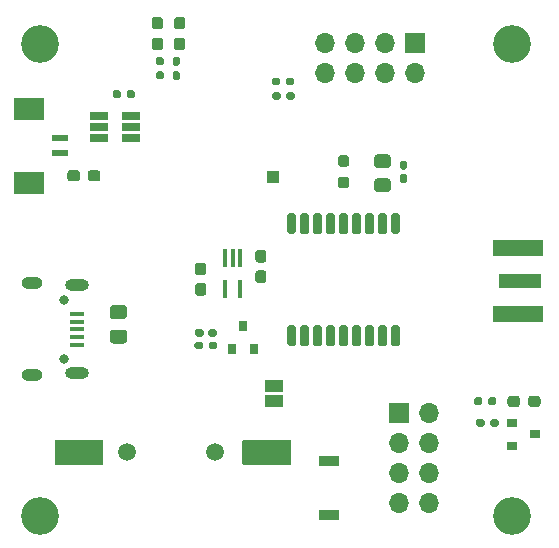
<source format=gbr>
%TF.GenerationSoftware,KiCad,Pcbnew,(5.1.10-1-10_14)*%
%TF.CreationDate,2021-07-28T23:22:07+08:00*%
%TF.ProjectId,maxm8q_board,6d61786d-3871-45f6-926f-6172642e6b69,rev?*%
%TF.SameCoordinates,Original*%
%TF.FileFunction,Soldermask,Top*%
%TF.FilePolarity,Negative*%
%FSLAX46Y46*%
G04 Gerber Fmt 4.6, Leading zero omitted, Abs format (unit mm)*
G04 Created by KiCad (PCBNEW (5.1.10-1-10_14)) date 2021-07-28 23:22:07*
%MOMM*%
%LPD*%
G01*
G04 APERTURE LIST*
%ADD10R,3.600000X1.270000*%
%ADD11R,4.200000X1.350000*%
%ADD12R,1.000000X1.000000*%
%ADD13C,3.200000*%
%ADD14O,1.700000X1.700000*%
%ADD15R,1.700000X1.700000*%
%ADD16R,1.699997X0.899998*%
%ADD17R,1.560000X0.650000*%
%ADD18R,2.599995X1.899996*%
%ADD19R,1.399997X0.599999*%
%ADD20C,0.800000*%
%ADD21O,1.800000X1.000000*%
%ADD22O,2.000000X1.000000*%
%ADD23R,1.300000X0.450000*%
%ADD24R,1.500000X1.000000*%
%ADD25C,1.500000*%
%ADD26R,0.800000X0.900000*%
%ADD27R,0.900000X0.800000*%
%ADD28R,0.400000X1.500000*%
G04 APERTURE END LIST*
D10*
%TO.C,X1*%
X143650000Y-83100000D03*
D11*
X143450000Y-80275000D03*
X143450000Y-85925000D03*
%TD*%
D12*
%TO.C,TP1*%
X122760000Y-74290000D03*
%TD*%
%TO.C,C6*%
G36*
G01*
X109175000Y-87220000D02*
X110125000Y-87220000D01*
G75*
G02*
X110375000Y-87470000I0J-250000D01*
G01*
X110375000Y-88145000D01*
G75*
G02*
X110125000Y-88395000I-250000J0D01*
G01*
X109175000Y-88395000D01*
G75*
G02*
X108925000Y-88145000I0J250000D01*
G01*
X108925000Y-87470000D01*
G75*
G02*
X109175000Y-87220000I250000J0D01*
G01*
G37*
G36*
G01*
X109175000Y-85145000D02*
X110125000Y-85145000D01*
G75*
G02*
X110375000Y-85395000I0J-250000D01*
G01*
X110375000Y-86070000D01*
G75*
G02*
X110125000Y-86320000I-250000J0D01*
G01*
X109175000Y-86320000D01*
G75*
G02*
X108925000Y-86070000I0J250000D01*
G01*
X108925000Y-85395000D01*
G75*
G02*
X109175000Y-85145000I250000J0D01*
G01*
G37*
%TD*%
%TO.C,R9*%
G36*
G01*
X114400000Y-65347500D02*
X114720000Y-65347500D01*
G75*
G02*
X114880000Y-65507500I0J-160000D01*
G01*
X114880000Y-65902500D01*
G75*
G02*
X114720000Y-66062500I-160000J0D01*
G01*
X114400000Y-66062500D01*
G75*
G02*
X114240000Y-65902500I0J160000D01*
G01*
X114240000Y-65507500D01*
G75*
G02*
X114400000Y-65347500I160000J0D01*
G01*
G37*
G36*
G01*
X114400000Y-64152500D02*
X114720000Y-64152500D01*
G75*
G02*
X114880000Y-64312500I0J-160000D01*
G01*
X114880000Y-64707500D01*
G75*
G02*
X114720000Y-64867500I-160000J0D01*
G01*
X114400000Y-64867500D01*
G75*
G02*
X114240000Y-64707500I0J160000D01*
G01*
X114240000Y-64312500D01*
G75*
G02*
X114400000Y-64152500I160000J0D01*
G01*
G37*
%TD*%
%TO.C,R8*%
G36*
G01*
X109870000Y-67120000D02*
X109870000Y-67440000D01*
G75*
G02*
X109710000Y-67600000I-160000J0D01*
G01*
X109315000Y-67600000D01*
G75*
G02*
X109155000Y-67440000I0J160000D01*
G01*
X109155000Y-67120000D01*
G75*
G02*
X109315000Y-66960000I160000J0D01*
G01*
X109710000Y-66960000D01*
G75*
G02*
X109870000Y-67120000I0J-160000D01*
G01*
G37*
G36*
G01*
X111065000Y-67120000D02*
X111065000Y-67440000D01*
G75*
G02*
X110905000Y-67600000I-160000J0D01*
G01*
X110510000Y-67600000D01*
G75*
G02*
X110350000Y-67440000I0J160000D01*
G01*
X110350000Y-67120000D01*
G75*
G02*
X110510000Y-66960000I160000J0D01*
G01*
X110905000Y-66960000D01*
G75*
G02*
X111065000Y-67120000I0J-160000D01*
G01*
G37*
%TD*%
%TO.C,R7*%
G36*
G01*
X113320000Y-64840000D02*
X113000000Y-64840000D01*
G75*
G02*
X112840000Y-64680000I0J160000D01*
G01*
X112840000Y-64285000D01*
G75*
G02*
X113000000Y-64125000I160000J0D01*
G01*
X113320000Y-64125000D01*
G75*
G02*
X113480000Y-64285000I0J-160000D01*
G01*
X113480000Y-64680000D01*
G75*
G02*
X113320000Y-64840000I-160000J0D01*
G01*
G37*
G36*
G01*
X113320000Y-66035000D02*
X113000000Y-66035000D01*
G75*
G02*
X112840000Y-65875000I0J160000D01*
G01*
X112840000Y-65480000D01*
G75*
G02*
X113000000Y-65320000I160000J0D01*
G01*
X113320000Y-65320000D01*
G75*
G02*
X113480000Y-65480000I0J-160000D01*
G01*
X113480000Y-65875000D01*
G75*
G02*
X113320000Y-66035000I-160000J0D01*
G01*
G37*
%TD*%
%TO.C,R6*%
G36*
G01*
X116800000Y-88400000D02*
X116800000Y-88720000D01*
G75*
G02*
X116640000Y-88880000I-160000J0D01*
G01*
X116245000Y-88880000D01*
G75*
G02*
X116085000Y-88720000I0J160000D01*
G01*
X116085000Y-88400000D01*
G75*
G02*
X116245000Y-88240000I160000J0D01*
G01*
X116640000Y-88240000D01*
G75*
G02*
X116800000Y-88400000I0J-160000D01*
G01*
G37*
G36*
G01*
X117995000Y-88400000D02*
X117995000Y-88720000D01*
G75*
G02*
X117835000Y-88880000I-160000J0D01*
G01*
X117440000Y-88880000D01*
G75*
G02*
X117280000Y-88720000I0J160000D01*
G01*
X117280000Y-88400000D01*
G75*
G02*
X117440000Y-88240000I160000J0D01*
G01*
X117835000Y-88240000D01*
G75*
G02*
X117995000Y-88400000I0J-160000D01*
G01*
G37*
%TD*%
%TO.C,R5*%
G36*
G01*
X140940000Y-93430000D02*
X140940000Y-93110000D01*
G75*
G02*
X141100000Y-92950000I160000J0D01*
G01*
X141495000Y-92950000D01*
G75*
G02*
X141655000Y-93110000I0J-160000D01*
G01*
X141655000Y-93430000D01*
G75*
G02*
X141495000Y-93590000I-160000J0D01*
G01*
X141100000Y-93590000D01*
G75*
G02*
X140940000Y-93430000I0J160000D01*
G01*
G37*
G36*
G01*
X139745000Y-93430000D02*
X139745000Y-93110000D01*
G75*
G02*
X139905000Y-92950000I160000J0D01*
G01*
X140300000Y-92950000D01*
G75*
G02*
X140460000Y-93110000I0J-160000D01*
G01*
X140460000Y-93430000D01*
G75*
G02*
X140300000Y-93590000I-160000J0D01*
G01*
X139905000Y-93590000D01*
G75*
G02*
X139745000Y-93430000I0J160000D01*
G01*
G37*
%TD*%
%TO.C,R4*%
G36*
G01*
X141130000Y-95260000D02*
X141130000Y-94940000D01*
G75*
G02*
X141290000Y-94780000I160000J0D01*
G01*
X141685000Y-94780000D01*
G75*
G02*
X141845000Y-94940000I0J-160000D01*
G01*
X141845000Y-95260000D01*
G75*
G02*
X141685000Y-95420000I-160000J0D01*
G01*
X141290000Y-95420000D01*
G75*
G02*
X141130000Y-95260000I0J160000D01*
G01*
G37*
G36*
G01*
X139935000Y-95260000D02*
X139935000Y-94940000D01*
G75*
G02*
X140095000Y-94780000I160000J0D01*
G01*
X140490000Y-94780000D01*
G75*
G02*
X140650000Y-94940000I0J-160000D01*
G01*
X140650000Y-95260000D01*
G75*
G02*
X140490000Y-95420000I-160000J0D01*
G01*
X140095000Y-95420000D01*
G75*
G02*
X139935000Y-95260000I0J160000D01*
G01*
G37*
%TD*%
%TO.C,R2*%
G36*
G01*
X123390000Y-67270000D02*
X123390000Y-67590000D01*
G75*
G02*
X123230000Y-67750000I-160000J0D01*
G01*
X122835000Y-67750000D01*
G75*
G02*
X122675000Y-67590000I0J160000D01*
G01*
X122675000Y-67270000D01*
G75*
G02*
X122835000Y-67110000I160000J0D01*
G01*
X123230000Y-67110000D01*
G75*
G02*
X123390000Y-67270000I0J-160000D01*
G01*
G37*
G36*
G01*
X124585000Y-67270000D02*
X124585000Y-67590000D01*
G75*
G02*
X124425000Y-67750000I-160000J0D01*
G01*
X124030000Y-67750000D01*
G75*
G02*
X123870000Y-67590000I0J160000D01*
G01*
X123870000Y-67270000D01*
G75*
G02*
X124030000Y-67110000I160000J0D01*
G01*
X124425000Y-67110000D01*
G75*
G02*
X124585000Y-67270000I0J-160000D01*
G01*
G37*
%TD*%
%TO.C,R1*%
G36*
G01*
X123350000Y-66060000D02*
X123350000Y-66380000D01*
G75*
G02*
X123190000Y-66540000I-160000J0D01*
G01*
X122795000Y-66540000D01*
G75*
G02*
X122635000Y-66380000I0J160000D01*
G01*
X122635000Y-66060000D01*
G75*
G02*
X122795000Y-65900000I160000J0D01*
G01*
X123190000Y-65900000D01*
G75*
G02*
X123350000Y-66060000I0J-160000D01*
G01*
G37*
G36*
G01*
X124545000Y-66060000D02*
X124545000Y-66380000D01*
G75*
G02*
X124385000Y-66540000I-160000J0D01*
G01*
X123990000Y-66540000D01*
G75*
G02*
X123830000Y-66380000I0J160000D01*
G01*
X123830000Y-66060000D01*
G75*
G02*
X123990000Y-65900000I160000J0D01*
G01*
X124385000Y-65900000D01*
G75*
G02*
X124545000Y-66060000I0J-160000D01*
G01*
G37*
%TD*%
%TO.C,C5*%
G36*
G01*
X116860000Y-87335000D02*
X116860000Y-87645000D01*
G75*
G02*
X116705000Y-87800000I-155000J0D01*
G01*
X116280000Y-87800000D01*
G75*
G02*
X116125000Y-87645000I0J155000D01*
G01*
X116125000Y-87335000D01*
G75*
G02*
X116280000Y-87180000I155000J0D01*
G01*
X116705000Y-87180000D01*
G75*
G02*
X116860000Y-87335000I0J-155000D01*
G01*
G37*
G36*
G01*
X117995000Y-87335000D02*
X117995000Y-87645000D01*
G75*
G02*
X117840000Y-87800000I-155000J0D01*
G01*
X117415000Y-87800000D01*
G75*
G02*
X117260000Y-87645000I0J155000D01*
G01*
X117260000Y-87335000D01*
G75*
G02*
X117415000Y-87180000I155000J0D01*
G01*
X117840000Y-87180000D01*
G75*
G02*
X117995000Y-87335000I0J-155000D01*
G01*
G37*
%TD*%
%TO.C,C4*%
G36*
G01*
X133625000Y-74060000D02*
X133935000Y-74060000D01*
G75*
G02*
X134090000Y-74215000I0J-155000D01*
G01*
X134090000Y-74640000D01*
G75*
G02*
X133935000Y-74795000I-155000J0D01*
G01*
X133625000Y-74795000D01*
G75*
G02*
X133470000Y-74640000I0J155000D01*
G01*
X133470000Y-74215000D01*
G75*
G02*
X133625000Y-74060000I155000J0D01*
G01*
G37*
G36*
G01*
X133625000Y-72925000D02*
X133935000Y-72925000D01*
G75*
G02*
X134090000Y-73080000I0J-155000D01*
G01*
X134090000Y-73505000D01*
G75*
G02*
X133935000Y-73660000I-155000J0D01*
G01*
X133625000Y-73660000D01*
G75*
G02*
X133470000Y-73505000I0J155000D01*
G01*
X133470000Y-73080000D01*
G75*
G02*
X133625000Y-72925000I155000J0D01*
G01*
G37*
%TD*%
D13*
%TO.C,H4*%
X143000000Y-63000000D03*
%TD*%
%TO.C,H3*%
X143000000Y-103000000D03*
%TD*%
%TO.C,H2*%
X103000000Y-63000000D03*
%TD*%
%TO.C,H1*%
X103000000Y-103000000D03*
%TD*%
D14*
%TO.C,J2*%
X127120000Y-65520000D03*
X127120000Y-62980000D03*
X129660000Y-65520000D03*
X129660000Y-62980000D03*
X132200000Y-65520000D03*
X132200000Y-62980000D03*
X134740000Y-65520000D03*
D15*
X134740000Y-62980000D03*
%TD*%
D14*
%TO.C,J4*%
X135970000Y-101920000D03*
X133430000Y-101920000D03*
X135970000Y-99380000D03*
X133430000Y-99380000D03*
X135970000Y-96840000D03*
X133430000Y-96840000D03*
X135970000Y-94300000D03*
D15*
X133430000Y-94300000D03*
%TD*%
D16*
%TO.C,SW1*%
X127500000Y-98330030D03*
X127500000Y-102929970D03*
%TD*%
D17*
%TO.C,U3*%
X110690000Y-70080000D03*
X110690000Y-69130000D03*
X110690000Y-71030000D03*
X107990000Y-71030000D03*
X107990000Y-70080000D03*
X107990000Y-69130000D03*
%TD*%
%TO.C,D3*%
G36*
G01*
X114592500Y-62500000D02*
X115067500Y-62500000D01*
G75*
G02*
X115305000Y-62737500I0J-237500D01*
G01*
X115305000Y-63312500D01*
G75*
G02*
X115067500Y-63550000I-237500J0D01*
G01*
X114592500Y-63550000D01*
G75*
G02*
X114355000Y-63312500I0J237500D01*
G01*
X114355000Y-62737500D01*
G75*
G02*
X114592500Y-62500000I237500J0D01*
G01*
G37*
G36*
G01*
X114592500Y-60750000D02*
X115067500Y-60750000D01*
G75*
G02*
X115305000Y-60987500I0J-237500D01*
G01*
X115305000Y-61562500D01*
G75*
G02*
X115067500Y-61800000I-237500J0D01*
G01*
X114592500Y-61800000D01*
G75*
G02*
X114355000Y-61562500I0J237500D01*
G01*
X114355000Y-60987500D01*
G75*
G02*
X114592500Y-60750000I237500J0D01*
G01*
G37*
%TD*%
%TO.C,D2*%
G36*
G01*
X112712500Y-62500000D02*
X113187500Y-62500000D01*
G75*
G02*
X113425000Y-62737500I0J-237500D01*
G01*
X113425000Y-63312500D01*
G75*
G02*
X113187500Y-63550000I-237500J0D01*
G01*
X112712500Y-63550000D01*
G75*
G02*
X112475000Y-63312500I0J237500D01*
G01*
X112475000Y-62737500D01*
G75*
G02*
X112712500Y-62500000I237500J0D01*
G01*
G37*
G36*
G01*
X112712500Y-60750000D02*
X113187500Y-60750000D01*
G75*
G02*
X113425000Y-60987500I0J-237500D01*
G01*
X113425000Y-61562500D01*
G75*
G02*
X113187500Y-61800000I-237500J0D01*
G01*
X112712500Y-61800000D01*
G75*
G02*
X112475000Y-61562500I0J237500D01*
G01*
X112475000Y-60987500D01*
G75*
G02*
X112712500Y-60750000I237500J0D01*
G01*
G37*
%TD*%
D18*
%TO.C,CN1*%
X102051265Y-68515089D03*
X102051265Y-74765013D03*
D19*
X104668735Y-72264891D03*
X104668735Y-71014957D03*
%TD*%
D20*
%TO.C,J1*%
X105060000Y-89680000D03*
X105060000Y-84680000D03*
D21*
X102310000Y-91055000D03*
X102310000Y-83305000D03*
D22*
X106110000Y-90905000D03*
X106110000Y-83455000D03*
D23*
X106160000Y-88480000D03*
X106160000Y-87830000D03*
X106160000Y-87180000D03*
X106160000Y-86530000D03*
X106160000Y-85880000D03*
%TD*%
D24*
%TO.C,JP1*%
X122840000Y-93270000D03*
X122840000Y-91970000D03*
%TD*%
%TO.C,B1*%
G36*
G01*
X120149200Y-98610000D02*
X120149200Y-96610000D01*
G75*
G02*
X120200000Y-96559200I50800J0D01*
G01*
X124200000Y-96559200D01*
G75*
G02*
X124250800Y-96610000I0J-50800D01*
G01*
X124250800Y-98610000D01*
G75*
G02*
X124200000Y-98660800I-50800J0D01*
G01*
X120200000Y-98660800D01*
G75*
G02*
X120149200Y-98610000I0J50800D01*
G01*
G37*
G36*
G01*
X104259200Y-98610000D02*
X104259200Y-96610000D01*
G75*
G02*
X104310000Y-96559200I50800J0D01*
G01*
X108310000Y-96559200D01*
G75*
G02*
X108360800Y-96610000I0J-50800D01*
G01*
X108360800Y-98610000D01*
G75*
G02*
X108310000Y-98660800I-50800J0D01*
G01*
X104310000Y-98660800D01*
G75*
G02*
X104259200Y-98610000I0J50800D01*
G01*
G37*
D25*
X110410000Y-97610000D03*
X117860000Y-97610000D03*
%TD*%
D26*
%TO.C,Q2*%
X120210000Y-86880000D03*
X121160000Y-88880000D03*
X119260000Y-88880000D03*
%TD*%
%TO.C,C3*%
G36*
G01*
X121472500Y-82195000D02*
X121947500Y-82195000D01*
G75*
G02*
X122185000Y-82432500I0J-237500D01*
G01*
X122185000Y-83032500D01*
G75*
G02*
X121947500Y-83270000I-237500J0D01*
G01*
X121472500Y-83270000D01*
G75*
G02*
X121235000Y-83032500I0J237500D01*
G01*
X121235000Y-82432500D01*
G75*
G02*
X121472500Y-82195000I237500J0D01*
G01*
G37*
G36*
G01*
X121472500Y-80470000D02*
X121947500Y-80470000D01*
G75*
G02*
X122185000Y-80707500I0J-237500D01*
G01*
X122185000Y-81307500D01*
G75*
G02*
X121947500Y-81545000I-237500J0D01*
G01*
X121472500Y-81545000D01*
G75*
G02*
X121235000Y-81307500I0J237500D01*
G01*
X121235000Y-80707500D01*
G75*
G02*
X121472500Y-80470000I237500J0D01*
G01*
G37*
%TD*%
%TO.C,C2*%
G36*
G01*
X116372500Y-83265000D02*
X116847500Y-83265000D01*
G75*
G02*
X117085000Y-83502500I0J-237500D01*
G01*
X117085000Y-84102500D01*
G75*
G02*
X116847500Y-84340000I-237500J0D01*
G01*
X116372500Y-84340000D01*
G75*
G02*
X116135000Y-84102500I0J237500D01*
G01*
X116135000Y-83502500D01*
G75*
G02*
X116372500Y-83265000I237500J0D01*
G01*
G37*
G36*
G01*
X116372500Y-81540000D02*
X116847500Y-81540000D01*
G75*
G02*
X117085000Y-81777500I0J-237500D01*
G01*
X117085000Y-82377500D01*
G75*
G02*
X116847500Y-82615000I-237500J0D01*
G01*
X116372500Y-82615000D01*
G75*
G02*
X116135000Y-82377500I0J237500D01*
G01*
X116135000Y-81777500D01*
G75*
G02*
X116372500Y-81540000I237500J0D01*
G01*
G37*
%TD*%
%TO.C,C1*%
G36*
G01*
X106405000Y-73952500D02*
X106405000Y-74427500D01*
G75*
G02*
X106167500Y-74665000I-237500J0D01*
G01*
X105567500Y-74665000D01*
G75*
G02*
X105330000Y-74427500I0J237500D01*
G01*
X105330000Y-73952500D01*
G75*
G02*
X105567500Y-73715000I237500J0D01*
G01*
X106167500Y-73715000D01*
G75*
G02*
X106405000Y-73952500I0J-237500D01*
G01*
G37*
G36*
G01*
X108130000Y-73952500D02*
X108130000Y-74427500D01*
G75*
G02*
X107892500Y-74665000I-237500J0D01*
G01*
X107292500Y-74665000D01*
G75*
G02*
X107055000Y-74427500I0J237500D01*
G01*
X107055000Y-73952500D01*
G75*
G02*
X107292500Y-73715000I237500J0D01*
G01*
X107892500Y-73715000D01*
G75*
G02*
X108130000Y-73952500I0J-237500D01*
G01*
G37*
%TD*%
D27*
%TO.C,Q1*%
X144950000Y-96090000D03*
X142950000Y-97040000D03*
X142950000Y-95140000D03*
%TD*%
%TO.C,D1*%
G36*
G01*
X143640000Y-93062500D02*
X143640000Y-93537500D01*
G75*
G02*
X143402500Y-93775000I-237500J0D01*
G01*
X142827500Y-93775000D01*
G75*
G02*
X142590000Y-93537500I0J237500D01*
G01*
X142590000Y-93062500D01*
G75*
G02*
X142827500Y-92825000I237500J0D01*
G01*
X143402500Y-92825000D01*
G75*
G02*
X143640000Y-93062500I0J-237500D01*
G01*
G37*
G36*
G01*
X145390000Y-93062500D02*
X145390000Y-93537500D01*
G75*
G02*
X145152500Y-93775000I-237500J0D01*
G01*
X144577500Y-93775000D01*
G75*
G02*
X144340000Y-93537500I0J237500D01*
G01*
X144340000Y-93062500D01*
G75*
G02*
X144577500Y-92825000I237500J0D01*
G01*
X145152500Y-92825000D01*
G75*
G02*
X145390000Y-93062500I0J-237500D01*
G01*
G37*
%TD*%
D28*
%TO.C,U2*%
X119980000Y-83790000D03*
X118680000Y-83790000D03*
X118680000Y-81130000D03*
X119330000Y-81130000D03*
X119980000Y-81130000D03*
%TD*%
%TO.C,R3*%
G36*
G01*
X128947500Y-73435000D02*
X128472500Y-73435000D01*
G75*
G02*
X128235000Y-73197500I0J237500D01*
G01*
X128235000Y-72697500D01*
G75*
G02*
X128472500Y-72460000I237500J0D01*
G01*
X128947500Y-72460000D01*
G75*
G02*
X129185000Y-72697500I0J-237500D01*
G01*
X129185000Y-73197500D01*
G75*
G02*
X128947500Y-73435000I-237500J0D01*
G01*
G37*
G36*
G01*
X128947500Y-75260000D02*
X128472500Y-75260000D01*
G75*
G02*
X128235000Y-75022500I0J237500D01*
G01*
X128235000Y-74522500D01*
G75*
G02*
X128472500Y-74285000I237500J0D01*
G01*
X128947500Y-74285000D01*
G75*
G02*
X129185000Y-74522500I0J-237500D01*
G01*
X129185000Y-75022500D01*
G75*
G02*
X128947500Y-75260000I-237500J0D01*
G01*
G37*
%TD*%
%TO.C,L1*%
G36*
G01*
X132460001Y-73520000D02*
X131559999Y-73520000D01*
G75*
G02*
X131310000Y-73270001I0J249999D01*
G01*
X131310000Y-72619999D01*
G75*
G02*
X131559999Y-72370000I249999J0D01*
G01*
X132460001Y-72370000D01*
G75*
G02*
X132710000Y-72619999I0J-249999D01*
G01*
X132710000Y-73270001D01*
G75*
G02*
X132460001Y-73520000I-249999J0D01*
G01*
G37*
G36*
G01*
X132460001Y-75570000D02*
X131559999Y-75570000D01*
G75*
G02*
X131310000Y-75320001I0J249999D01*
G01*
X131310000Y-74669999D01*
G75*
G02*
X131559999Y-74420000I249999J0D01*
G01*
X132460001Y-74420000D01*
G75*
G02*
X132710000Y-74669999I0J-249999D01*
G01*
X132710000Y-75320001D01*
G75*
G02*
X132460001Y-75570000I-249999J0D01*
G01*
G37*
%TD*%
%TO.C,U1*%
G36*
G01*
X124485000Y-79140000D02*
X124135000Y-79140000D01*
G75*
G02*
X123960000Y-78965000I0J175000D01*
G01*
X123960000Y-77515000D01*
G75*
G02*
X124135000Y-77340000I175000J0D01*
G01*
X124485000Y-77340000D01*
G75*
G02*
X124660000Y-77515000I0J-175000D01*
G01*
X124660000Y-78965000D01*
G75*
G02*
X124485000Y-79140000I-175000J0D01*
G01*
G37*
G36*
G01*
X125610000Y-79140000D02*
X125210000Y-79140000D01*
G75*
G02*
X125010000Y-78940000I0J200000D01*
G01*
X125010000Y-77540000D01*
G75*
G02*
X125210000Y-77340000I200000J0D01*
G01*
X125610000Y-77340000D01*
G75*
G02*
X125810000Y-77540000I0J-200000D01*
G01*
X125810000Y-78940000D01*
G75*
G02*
X125610000Y-79140000I-200000J0D01*
G01*
G37*
G36*
G01*
X126710000Y-79140000D02*
X126310000Y-79140000D01*
G75*
G02*
X126110000Y-78940000I0J200000D01*
G01*
X126110000Y-77540000D01*
G75*
G02*
X126310000Y-77340000I200000J0D01*
G01*
X126710000Y-77340000D01*
G75*
G02*
X126910000Y-77540000I0J-200000D01*
G01*
X126910000Y-78940000D01*
G75*
G02*
X126710000Y-79140000I-200000J0D01*
G01*
G37*
G36*
G01*
X127810000Y-79140000D02*
X127410000Y-79140000D01*
G75*
G02*
X127210000Y-78940000I0J200000D01*
G01*
X127210000Y-77540000D01*
G75*
G02*
X127410000Y-77340000I200000J0D01*
G01*
X127810000Y-77340000D01*
G75*
G02*
X128010000Y-77540000I0J-200000D01*
G01*
X128010000Y-78940000D01*
G75*
G02*
X127810000Y-79140000I-200000J0D01*
G01*
G37*
G36*
G01*
X128910000Y-79140000D02*
X128510000Y-79140000D01*
G75*
G02*
X128310000Y-78940000I0J200000D01*
G01*
X128310000Y-77540000D01*
G75*
G02*
X128510000Y-77340000I200000J0D01*
G01*
X128910000Y-77340000D01*
G75*
G02*
X129110000Y-77540000I0J-200000D01*
G01*
X129110000Y-78940000D01*
G75*
G02*
X128910000Y-79140000I-200000J0D01*
G01*
G37*
G36*
G01*
X130010000Y-79140000D02*
X129610000Y-79140000D01*
G75*
G02*
X129410000Y-78940000I0J200000D01*
G01*
X129410000Y-77540000D01*
G75*
G02*
X129610000Y-77340000I200000J0D01*
G01*
X130010000Y-77340000D01*
G75*
G02*
X130210000Y-77540000I0J-200000D01*
G01*
X130210000Y-78940000D01*
G75*
G02*
X130010000Y-79140000I-200000J0D01*
G01*
G37*
G36*
G01*
X131110000Y-79140000D02*
X130710000Y-79140000D01*
G75*
G02*
X130510000Y-78940000I0J200000D01*
G01*
X130510000Y-77540000D01*
G75*
G02*
X130710000Y-77340000I200000J0D01*
G01*
X131110000Y-77340000D01*
G75*
G02*
X131310000Y-77540000I0J-200000D01*
G01*
X131310000Y-78940000D01*
G75*
G02*
X131110000Y-79140000I-200000J0D01*
G01*
G37*
G36*
G01*
X132210000Y-79140000D02*
X131810000Y-79140000D01*
G75*
G02*
X131610000Y-78940000I0J200000D01*
G01*
X131610000Y-77540000D01*
G75*
G02*
X131810000Y-77340000I200000J0D01*
G01*
X132210000Y-77340000D01*
G75*
G02*
X132410000Y-77540000I0J-200000D01*
G01*
X132410000Y-78940000D01*
G75*
G02*
X132210000Y-79140000I-200000J0D01*
G01*
G37*
G36*
G01*
X133285000Y-79140000D02*
X132935000Y-79140000D01*
G75*
G02*
X132760000Y-78965000I0J175000D01*
G01*
X132760000Y-77515000D01*
G75*
G02*
X132935000Y-77340000I175000J0D01*
G01*
X133285000Y-77340000D01*
G75*
G02*
X133460000Y-77515000I0J-175000D01*
G01*
X133460000Y-78965000D01*
G75*
G02*
X133285000Y-79140000I-175000J0D01*
G01*
G37*
G36*
G01*
X133285000Y-88640000D02*
X132935000Y-88640000D01*
G75*
G02*
X132760000Y-88465000I0J175000D01*
G01*
X132760000Y-87015000D01*
G75*
G02*
X132935000Y-86840000I175000J0D01*
G01*
X133285000Y-86840000D01*
G75*
G02*
X133460000Y-87015000I0J-175000D01*
G01*
X133460000Y-88465000D01*
G75*
G02*
X133285000Y-88640000I-175000J0D01*
G01*
G37*
G36*
G01*
X132210000Y-88640000D02*
X131810000Y-88640000D01*
G75*
G02*
X131610000Y-88440000I0J200000D01*
G01*
X131610000Y-87040000D01*
G75*
G02*
X131810000Y-86840000I200000J0D01*
G01*
X132210000Y-86840000D01*
G75*
G02*
X132410000Y-87040000I0J-200000D01*
G01*
X132410000Y-88440000D01*
G75*
G02*
X132210000Y-88640000I-200000J0D01*
G01*
G37*
G36*
G01*
X131110000Y-88640000D02*
X130710000Y-88640000D01*
G75*
G02*
X130510000Y-88440000I0J200000D01*
G01*
X130510000Y-87040000D01*
G75*
G02*
X130710000Y-86840000I200000J0D01*
G01*
X131110000Y-86840000D01*
G75*
G02*
X131310000Y-87040000I0J-200000D01*
G01*
X131310000Y-88440000D01*
G75*
G02*
X131110000Y-88640000I-200000J0D01*
G01*
G37*
G36*
G01*
X130010000Y-88640000D02*
X129610000Y-88640000D01*
G75*
G02*
X129410000Y-88440000I0J200000D01*
G01*
X129410000Y-87040000D01*
G75*
G02*
X129610000Y-86840000I200000J0D01*
G01*
X130010000Y-86840000D01*
G75*
G02*
X130210000Y-87040000I0J-200000D01*
G01*
X130210000Y-88440000D01*
G75*
G02*
X130010000Y-88640000I-200000J0D01*
G01*
G37*
G36*
G01*
X128910000Y-88640000D02*
X128510000Y-88640000D01*
G75*
G02*
X128310000Y-88440000I0J200000D01*
G01*
X128310000Y-87040000D01*
G75*
G02*
X128510000Y-86840000I200000J0D01*
G01*
X128910000Y-86840000D01*
G75*
G02*
X129110000Y-87040000I0J-200000D01*
G01*
X129110000Y-88440000D01*
G75*
G02*
X128910000Y-88640000I-200000J0D01*
G01*
G37*
G36*
G01*
X127810000Y-88640000D02*
X127410000Y-88640000D01*
G75*
G02*
X127210000Y-88440000I0J200000D01*
G01*
X127210000Y-87040000D01*
G75*
G02*
X127410000Y-86840000I200000J0D01*
G01*
X127810000Y-86840000D01*
G75*
G02*
X128010000Y-87040000I0J-200000D01*
G01*
X128010000Y-88440000D01*
G75*
G02*
X127810000Y-88640000I-200000J0D01*
G01*
G37*
G36*
G01*
X126710000Y-88640000D02*
X126310000Y-88640000D01*
G75*
G02*
X126110000Y-88440000I0J200000D01*
G01*
X126110000Y-87040000D01*
G75*
G02*
X126310000Y-86840000I200000J0D01*
G01*
X126710000Y-86840000D01*
G75*
G02*
X126910000Y-87040000I0J-200000D01*
G01*
X126910000Y-88440000D01*
G75*
G02*
X126710000Y-88640000I-200000J0D01*
G01*
G37*
G36*
G01*
X125610000Y-88640000D02*
X125210000Y-88640000D01*
G75*
G02*
X125010000Y-88440000I0J200000D01*
G01*
X125010000Y-87040000D01*
G75*
G02*
X125210000Y-86840000I200000J0D01*
G01*
X125610000Y-86840000D01*
G75*
G02*
X125810000Y-87040000I0J-200000D01*
G01*
X125810000Y-88440000D01*
G75*
G02*
X125610000Y-88640000I-200000J0D01*
G01*
G37*
G36*
G01*
X124485000Y-88640000D02*
X124135000Y-88640000D01*
G75*
G02*
X123960000Y-88465000I0J175000D01*
G01*
X123960000Y-87015000D01*
G75*
G02*
X124135000Y-86840000I175000J0D01*
G01*
X124485000Y-86840000D01*
G75*
G02*
X124660000Y-87015000I0J-175000D01*
G01*
X124660000Y-88465000D01*
G75*
G02*
X124485000Y-88640000I-175000J0D01*
G01*
G37*
%TD*%
M02*

</source>
